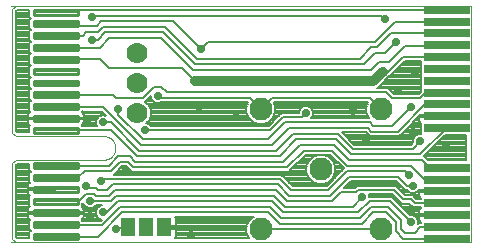
<source format=gbl>
G75*
%MOIN*%
%OFA0B0*%
%FSLAX25Y25*%
%IPPOS*%
%LPD*%
%AMOC8*
5,1,8,0,0,1.08239X$1,22.5*
%
%ADD10C,0.00000*%
%ADD11C,0.07000*%
%ADD12R,0.04600X0.06300*%
%ADD13R,0.15748X0.02953*%
%ADD14C,0.01102*%
%ADD15C,0.07650*%
%ADD16C,0.02800*%
%ADD17C,0.00800*%
%ADD18C,0.03200*%
D10*
X0011031Y0023276D02*
X0164078Y0023276D01*
X0164078Y0102026D01*
X0011031Y0102026D01*
X0011228Y0101238D02*
X0012409Y0102026D01*
X0033276Y0102026D01*
X0011228Y0101238D02*
X0011228Y0059900D01*
X0012409Y0058719D01*
X0033276Y0058719D01*
X0033472Y0058719D02*
X0041740Y0058719D01*
X0041864Y0058717D01*
X0041987Y0058711D01*
X0042111Y0058702D01*
X0042233Y0058688D01*
X0042356Y0058671D01*
X0042478Y0058649D01*
X0042599Y0058624D01*
X0042719Y0058595D01*
X0042838Y0058563D01*
X0042957Y0058526D01*
X0043074Y0058486D01*
X0043189Y0058443D01*
X0043304Y0058395D01*
X0043416Y0058344D01*
X0043527Y0058290D01*
X0043637Y0058232D01*
X0043744Y0058171D01*
X0043850Y0058106D01*
X0043953Y0058038D01*
X0044054Y0057967D01*
X0044153Y0057893D01*
X0044250Y0057816D01*
X0044344Y0057735D01*
X0044435Y0057652D01*
X0044524Y0057566D01*
X0044610Y0057477D01*
X0044693Y0057386D01*
X0044774Y0057292D01*
X0044851Y0057195D01*
X0044925Y0057096D01*
X0044996Y0056995D01*
X0045064Y0056892D01*
X0045129Y0056786D01*
X0045190Y0056679D01*
X0045248Y0056569D01*
X0045302Y0056458D01*
X0045353Y0056346D01*
X0045401Y0056231D01*
X0045444Y0056116D01*
X0045484Y0055999D01*
X0045521Y0055880D01*
X0045553Y0055761D01*
X0045582Y0055641D01*
X0045607Y0055520D01*
X0045629Y0055398D01*
X0045646Y0055275D01*
X0045660Y0055153D01*
X0045669Y0055029D01*
X0045675Y0054906D01*
X0045677Y0054782D01*
X0045675Y0054658D01*
X0045669Y0054535D01*
X0045660Y0054411D01*
X0045646Y0054289D01*
X0045629Y0054166D01*
X0045607Y0054044D01*
X0045582Y0053923D01*
X0045553Y0053803D01*
X0045521Y0053684D01*
X0045484Y0053565D01*
X0045444Y0053448D01*
X0045401Y0053333D01*
X0045353Y0053218D01*
X0045302Y0053106D01*
X0045248Y0052995D01*
X0045190Y0052885D01*
X0045129Y0052778D01*
X0045064Y0052672D01*
X0044996Y0052569D01*
X0044925Y0052468D01*
X0044851Y0052369D01*
X0044774Y0052272D01*
X0044693Y0052178D01*
X0044610Y0052087D01*
X0044524Y0051998D01*
X0044435Y0051912D01*
X0044344Y0051829D01*
X0044250Y0051748D01*
X0044153Y0051671D01*
X0044054Y0051597D01*
X0043953Y0051526D01*
X0043850Y0051458D01*
X0043744Y0051393D01*
X0043637Y0051332D01*
X0043527Y0051274D01*
X0043416Y0051220D01*
X0043304Y0051169D01*
X0043189Y0051121D01*
X0043074Y0051078D01*
X0042957Y0051038D01*
X0042838Y0051001D01*
X0042719Y0050969D01*
X0042599Y0050940D01*
X0042478Y0050915D01*
X0042356Y0050893D01*
X0042233Y0050876D01*
X0042111Y0050862D01*
X0041987Y0050853D01*
X0041864Y0050847D01*
X0041740Y0050845D01*
X0012409Y0050845D01*
X0011228Y0049664D01*
X0011228Y0024467D01*
X0012409Y0023286D01*
X0056504Y0023286D01*
D11*
X0052906Y0066401D03*
X0052906Y0076401D03*
X0052906Y0086401D03*
D12*
X0050031Y0028276D03*
X0056031Y0028276D03*
X0062031Y0028276D03*
D13*
X0156282Y0028497D03*
X0156282Y0032434D03*
X0156282Y0036371D03*
X0156282Y0040308D03*
X0156282Y0044245D03*
X0156282Y0048182D03*
X0156282Y0061450D03*
X0156282Y0065387D03*
X0156282Y0069324D03*
X0156282Y0073261D03*
X0156282Y0077198D03*
X0156282Y0081135D03*
X0156282Y0085072D03*
X0156282Y0089009D03*
X0156282Y0092946D03*
X0156282Y0096883D03*
X0156282Y0100820D03*
X0156282Y0024560D03*
D14*
X0033118Y0024427D02*
X0018472Y0024427D01*
X0018472Y0026081D01*
X0033118Y0026081D01*
X0033118Y0024427D01*
X0033118Y0025528D02*
X0018472Y0025528D01*
X0018472Y0028364D02*
X0033118Y0028364D01*
X0018472Y0028364D02*
X0018472Y0030018D01*
X0033118Y0030018D01*
X0033118Y0028364D01*
X0033118Y0029465D02*
X0018472Y0029465D01*
X0018472Y0032301D02*
X0033118Y0032301D01*
X0018472Y0032301D02*
X0018472Y0033955D01*
X0033118Y0033955D01*
X0033118Y0032301D01*
X0033118Y0033402D02*
X0018472Y0033402D01*
X0018472Y0036238D02*
X0033118Y0036238D01*
X0018472Y0036238D02*
X0018472Y0037892D01*
X0033118Y0037892D01*
X0033118Y0036238D01*
X0033118Y0037339D02*
X0018472Y0037339D01*
X0018472Y0040175D02*
X0033118Y0040175D01*
X0018472Y0040175D02*
X0018472Y0041829D01*
X0033118Y0041829D01*
X0033118Y0040175D01*
X0033118Y0041276D02*
X0018472Y0041276D01*
X0018472Y0044112D02*
X0033118Y0044112D01*
X0018472Y0044112D02*
X0018472Y0045766D01*
X0033118Y0045766D01*
X0033118Y0044112D01*
X0033118Y0045213D02*
X0018472Y0045213D01*
X0018472Y0048049D02*
X0033118Y0048049D01*
X0018472Y0048049D02*
X0018472Y0049703D01*
X0033118Y0049703D01*
X0033118Y0048049D01*
X0033118Y0049150D02*
X0018472Y0049150D01*
X0018472Y0059860D02*
X0033118Y0059860D01*
X0018472Y0059860D02*
X0018472Y0061514D01*
X0033118Y0061514D01*
X0033118Y0059860D01*
X0033118Y0060961D02*
X0018472Y0060961D01*
X0018472Y0063797D02*
X0033118Y0063797D01*
X0018472Y0063797D02*
X0018472Y0065451D01*
X0033118Y0065451D01*
X0033118Y0063797D01*
X0033118Y0064898D02*
X0018472Y0064898D01*
X0018472Y0067734D02*
X0033118Y0067734D01*
X0018472Y0067734D02*
X0018472Y0069388D01*
X0033118Y0069388D01*
X0033118Y0067734D01*
X0033118Y0068835D02*
X0018472Y0068835D01*
X0018472Y0071671D02*
X0033118Y0071671D01*
X0018472Y0071671D02*
X0018472Y0073325D01*
X0033118Y0073325D01*
X0033118Y0071671D01*
X0033118Y0072772D02*
X0018472Y0072772D01*
X0018472Y0075608D02*
X0033118Y0075608D01*
X0018472Y0075608D02*
X0018472Y0077262D01*
X0033118Y0077262D01*
X0033118Y0075608D01*
X0033118Y0076709D02*
X0018472Y0076709D01*
X0018472Y0079545D02*
X0033118Y0079545D01*
X0018472Y0079545D02*
X0018472Y0081199D01*
X0033118Y0081199D01*
X0033118Y0079545D01*
X0033118Y0080646D02*
X0018472Y0080646D01*
X0018472Y0083482D02*
X0033118Y0083482D01*
X0018472Y0083482D02*
X0018472Y0085136D01*
X0033118Y0085136D01*
X0033118Y0083482D01*
X0033118Y0084583D02*
X0018472Y0084583D01*
X0018472Y0087419D02*
X0033118Y0087419D01*
X0018472Y0087419D02*
X0018472Y0089073D01*
X0033118Y0089073D01*
X0033118Y0087419D01*
X0033118Y0088520D02*
X0018472Y0088520D01*
X0018472Y0091356D02*
X0033118Y0091356D01*
X0018472Y0091356D02*
X0018472Y0093010D01*
X0033118Y0093010D01*
X0033118Y0091356D01*
X0033118Y0092457D02*
X0018472Y0092457D01*
X0018472Y0095293D02*
X0033118Y0095293D01*
X0018472Y0095293D02*
X0018472Y0096947D01*
X0033118Y0096947D01*
X0033118Y0095293D01*
X0033118Y0096394D02*
X0018472Y0096394D01*
X0018472Y0099230D02*
X0033118Y0099230D01*
X0018472Y0099230D02*
X0018472Y0100884D01*
X0033118Y0100884D01*
X0033118Y0099230D01*
X0033118Y0100331D02*
X0018472Y0100331D01*
D15*
X0094156Y0067651D03*
X0114156Y0047651D03*
X0134156Y0067651D03*
X0134156Y0027651D03*
X0094156Y0027651D03*
D16*
X0071031Y0025776D03*
X0056656Y0030151D03*
X0046031Y0027651D03*
X0041656Y0033276D03*
X0037281Y0032026D03*
X0037281Y0037026D03*
X0036031Y0042026D03*
X0041031Y0043901D03*
X0049156Y0047026D03*
X0055406Y0060776D03*
X0046656Y0067651D03*
X0041656Y0063276D03*
X0036656Y0064526D03*
X0059781Y0072026D03*
X0072281Y0077026D03*
X0073531Y0068276D03*
X0086031Y0065151D03*
X0109156Y0066401D03*
X0124781Y0067026D03*
X0139781Y0073901D03*
X0144156Y0068276D03*
X0144781Y0060151D03*
X0147281Y0057026D03*
X0156031Y0055151D03*
X0143531Y0045776D03*
X0144781Y0042026D03*
X0144156Y0033901D03*
X0144156Y0030151D03*
X0127906Y0038276D03*
X0124781Y0042651D03*
X0129156Y0057651D03*
X0134781Y0080151D03*
X0145406Y0080151D03*
X0139156Y0090151D03*
X0135406Y0097651D03*
X0074156Y0087651D03*
X0037906Y0090776D03*
X0037906Y0098276D03*
D17*
X0038531Y0098901D01*
X0134156Y0098901D01*
X0135406Y0097651D01*
X0139014Y0096883D02*
X0132281Y0090151D01*
X0076656Y0090151D01*
X0074156Y0087651D01*
X0064781Y0097026D01*
X0041031Y0097026D01*
X0039501Y0095495D01*
X0026312Y0095495D01*
X0026031Y0095776D01*
X0025795Y0096120D01*
X0025795Y0092183D02*
X0034939Y0092183D01*
X0036031Y0093276D01*
X0039781Y0093276D01*
X0041656Y0095151D01*
X0062281Y0095151D01*
X0072906Y0084526D01*
X0127281Y0084526D01*
X0131031Y0088276D01*
X0132906Y0088276D01*
X0137577Y0092946D01*
X0156282Y0092946D01*
X0156282Y0096883D02*
X0139014Y0096883D01*
X0139156Y0090151D02*
X0135406Y0086401D01*
X0132281Y0086401D01*
X0128531Y0082651D01*
X0072281Y0082651D01*
X0061656Y0093276D01*
X0042281Y0093276D01*
X0039781Y0090776D01*
X0037906Y0090776D01*
X0040377Y0088246D02*
X0025795Y0088246D01*
X0025795Y0084309D02*
X0040623Y0084309D01*
X0043531Y0081401D01*
X0067906Y0081401D01*
X0072281Y0077026D01*
X0071656Y0080776D02*
X0061031Y0091401D01*
X0043531Y0091401D01*
X0040377Y0088246D01*
X0026558Y0100820D02*
X0025795Y0100057D01*
X0026558Y0100820D02*
X0156282Y0100820D01*
X0156282Y0089009D02*
X0142281Y0088901D01*
X0136765Y0083384D01*
X0133640Y0083384D01*
X0131031Y0080776D01*
X0071656Y0080776D01*
X0062906Y0073276D02*
X0061031Y0075151D01*
X0058531Y0075151D01*
X0054781Y0071401D01*
X0046031Y0071401D01*
X0044934Y0072498D01*
X0025795Y0072498D01*
X0025795Y0068561D02*
X0035121Y0068561D01*
X0035406Y0068276D01*
X0041656Y0068276D01*
X0054156Y0055776D01*
X0097906Y0055776D01*
X0103531Y0061401D01*
X0129781Y0061401D01*
X0131031Y0060151D01*
X0139781Y0060151D01*
X0148955Y0069324D01*
X0156282Y0069324D01*
X0155944Y0065725D02*
X0155944Y0065049D01*
X0147008Y0065049D01*
X0147008Y0063726D01*
X0147104Y0063370D01*
X0147288Y0063051D01*
X0147408Y0062931D01*
X0147408Y0059559D01*
X0147542Y0059426D01*
X0146804Y0059426D01*
X0145922Y0059060D01*
X0145247Y0058385D01*
X0144881Y0057503D01*
X0144881Y0056606D01*
X0144202Y0055926D01*
X0125361Y0055926D01*
X0121286Y0060001D01*
X0129202Y0060001D01*
X0130452Y0058751D01*
X0140361Y0058751D01*
X0141181Y0059571D01*
X0147336Y0065725D01*
X0155944Y0065725D01*
X0155944Y0065597D02*
X0147207Y0065597D01*
X0147008Y0064798D02*
X0146409Y0064798D01*
X0147008Y0064000D02*
X0145610Y0064000D01*
X0144812Y0063201D02*
X0147201Y0063201D01*
X0147408Y0062403D02*
X0144013Y0062403D01*
X0143215Y0061604D02*
X0147408Y0061604D01*
X0147408Y0060806D02*
X0142416Y0060806D01*
X0141618Y0060007D02*
X0147408Y0060007D01*
X0146280Y0059209D02*
X0140819Y0059209D01*
X0137906Y0062026D02*
X0131656Y0062026D01*
X0130406Y0063276D01*
X0102281Y0063276D01*
X0096656Y0057651D01*
X0054781Y0057651D01*
X0046656Y0065776D01*
X0046656Y0067651D01*
X0042378Y0065575D02*
X0042134Y0065676D01*
X0041179Y0065676D01*
X0040297Y0065310D01*
X0039622Y0064635D01*
X0039256Y0063753D01*
X0039256Y0062798D01*
X0039551Y0062087D01*
X0034669Y0062087D01*
X0034669Y0062157D01*
X0034453Y0062373D01*
X0034679Y0062599D01*
X0034936Y0063044D01*
X0035069Y0063541D01*
X0035069Y0064335D01*
X0026084Y0064335D01*
X0026084Y0064913D01*
X0035069Y0064913D01*
X0035069Y0065708D01*
X0034936Y0066204D01*
X0034679Y0066649D01*
X0034453Y0066876D01*
X0034640Y0067063D01*
X0034827Y0066876D01*
X0041077Y0066876D01*
X0042378Y0065575D01*
X0042355Y0065597D02*
X0042324Y0065597D01*
X0041557Y0066395D02*
X0034826Y0066395D01*
X0035069Y0065597D02*
X0040989Y0065597D01*
X0039785Y0064798D02*
X0026084Y0064798D01*
X0025506Y0064798D02*
X0012628Y0064798D01*
X0012628Y0064000D02*
X0016521Y0064000D01*
X0016521Y0064335D02*
X0016521Y0063541D01*
X0016654Y0063044D01*
X0016911Y0062599D01*
X0017138Y0062373D01*
X0016921Y0062157D01*
X0016921Y0060119D01*
X0012989Y0060119D01*
X0012628Y0060480D01*
X0012628Y0100489D01*
X0012833Y0100626D01*
X0016921Y0100626D01*
X0016921Y0098588D01*
X0017420Y0098089D01*
X0016921Y0097590D01*
X0016921Y0094651D01*
X0017420Y0094152D01*
X0016921Y0093653D01*
X0016921Y0090714D01*
X0017420Y0090215D01*
X0016921Y0089716D01*
X0016921Y0086777D01*
X0017420Y0086278D01*
X0016921Y0085779D01*
X0016921Y0082840D01*
X0017420Y0082341D01*
X0016921Y0081842D01*
X0016921Y0078903D01*
X0017420Y0078404D01*
X0016921Y0077905D01*
X0016921Y0074966D01*
X0017420Y0074467D01*
X0016921Y0073968D01*
X0016921Y0071029D01*
X0017420Y0070530D01*
X0016921Y0070031D01*
X0016921Y0067092D01*
X0017138Y0066876D01*
X0016911Y0066649D01*
X0016654Y0066204D01*
X0016521Y0065708D01*
X0016521Y0064913D01*
X0025506Y0064913D01*
X0025506Y0064335D01*
X0016521Y0064335D01*
X0016612Y0063201D02*
X0012628Y0063201D01*
X0012628Y0062403D02*
X0017108Y0062403D01*
X0016921Y0061604D02*
X0012628Y0061604D01*
X0012628Y0060806D02*
X0016921Y0060806D01*
X0016521Y0065597D02*
X0012628Y0065597D01*
X0012628Y0066395D02*
X0016765Y0066395D01*
X0016921Y0067194D02*
X0012628Y0067194D01*
X0012628Y0067992D02*
X0016921Y0067992D01*
X0016921Y0068791D02*
X0012628Y0068791D01*
X0012628Y0069589D02*
X0016921Y0069589D01*
X0017279Y0070388D02*
X0012628Y0070388D01*
X0012628Y0071186D02*
X0016921Y0071186D01*
X0016921Y0071985D02*
X0012628Y0071985D01*
X0012628Y0072784D02*
X0016921Y0072784D01*
X0016921Y0073582D02*
X0012628Y0073582D01*
X0012628Y0074381D02*
X0017334Y0074381D01*
X0016921Y0075179D02*
X0012628Y0075179D01*
X0012628Y0075978D02*
X0016921Y0075978D01*
X0016921Y0076776D02*
X0012628Y0076776D01*
X0012628Y0077575D02*
X0016921Y0077575D01*
X0017390Y0078373D02*
X0012628Y0078373D01*
X0012628Y0079172D02*
X0016921Y0079172D01*
X0016921Y0079970D02*
X0012628Y0079970D01*
X0012628Y0080769D02*
X0016921Y0080769D01*
X0016921Y0081567D02*
X0012628Y0081567D01*
X0012628Y0082366D02*
X0017396Y0082366D01*
X0016921Y0083164D02*
X0012628Y0083164D01*
X0012628Y0083963D02*
X0016921Y0083963D01*
X0016921Y0084761D02*
X0012628Y0084761D01*
X0012628Y0085560D02*
X0016921Y0085560D01*
X0017340Y0086358D02*
X0012628Y0086358D01*
X0012628Y0087157D02*
X0016921Y0087157D01*
X0016921Y0087955D02*
X0012628Y0087955D01*
X0012628Y0088754D02*
X0016921Y0088754D01*
X0016921Y0089552D02*
X0012628Y0089552D01*
X0012628Y0090351D02*
X0017284Y0090351D01*
X0016921Y0091149D02*
X0012628Y0091149D01*
X0012628Y0091948D02*
X0016921Y0091948D01*
X0016921Y0092746D02*
X0012628Y0092746D01*
X0012628Y0093545D02*
X0016921Y0093545D01*
X0017229Y0094343D02*
X0012628Y0094343D01*
X0012628Y0095142D02*
X0016921Y0095142D01*
X0016921Y0095940D02*
X0012628Y0095940D01*
X0012628Y0096739D02*
X0016921Y0096739D01*
X0016921Y0097537D02*
X0012628Y0097537D01*
X0012628Y0098336D02*
X0017173Y0098336D01*
X0016921Y0099134D02*
X0012628Y0099134D01*
X0012628Y0099933D02*
X0016921Y0099933D01*
X0062906Y0073276D02*
X0136031Y0073276D01*
X0137906Y0071401D01*
X0147281Y0071401D01*
X0149156Y0073276D01*
X0156268Y0073276D01*
X0156282Y0073261D01*
X0147408Y0073508D02*
X0146702Y0072801D01*
X0138486Y0072801D01*
X0137431Y0073856D01*
X0136611Y0074676D01*
X0132777Y0074676D01*
X0133129Y0074822D01*
X0136980Y0078672D01*
X0137158Y0078672D01*
X0137978Y0079492D01*
X0142233Y0083748D01*
X0147408Y0083720D01*
X0147408Y0083181D01*
X0147486Y0083104D01*
X0147408Y0083026D01*
X0147408Y0079244D01*
X0147486Y0079167D01*
X0147408Y0079089D01*
X0147408Y0075307D01*
X0147486Y0075230D01*
X0147408Y0075152D01*
X0147408Y0073508D01*
X0147408Y0073582D02*
X0137705Y0073582D01*
X0136907Y0074381D02*
X0147408Y0074381D01*
X0147436Y0075179D02*
X0133487Y0075179D01*
X0134285Y0075978D02*
X0147408Y0075978D01*
X0147408Y0076776D02*
X0135084Y0076776D01*
X0135882Y0077575D02*
X0147408Y0077575D01*
X0147408Y0078373D02*
X0136681Y0078373D01*
X0137657Y0079172D02*
X0147481Y0079172D01*
X0147408Y0079970D02*
X0138456Y0079970D01*
X0139254Y0080769D02*
X0147408Y0080769D01*
X0147408Y0081567D02*
X0140053Y0081567D01*
X0140851Y0082366D02*
X0147408Y0082366D01*
X0147426Y0083164D02*
X0141650Y0083164D01*
X0141656Y0085151D02*
X0136578Y0080072D01*
X0135328Y0080072D01*
X0134781Y0080151D01*
X0141656Y0085151D02*
X0156282Y0085072D01*
X0134156Y0067651D02*
X0130406Y0071401D01*
X0097906Y0071401D01*
X0094156Y0067651D01*
X0090406Y0071401D01*
X0060406Y0071401D01*
X0059781Y0072026D01*
X0057381Y0072021D02*
X0057381Y0071548D01*
X0057747Y0070666D01*
X0058422Y0069991D01*
X0059304Y0069626D01*
X0060259Y0069626D01*
X0061141Y0069991D01*
X0061151Y0070001D01*
X0089827Y0070001D01*
X0089884Y0069944D01*
X0089331Y0068611D01*
X0089331Y0066691D01*
X0090066Y0064918D01*
X0091423Y0063560D01*
X0093197Y0062826D01*
X0095116Y0062826D01*
X0096890Y0063560D01*
X0098247Y0064918D01*
X0098981Y0066691D01*
X0098981Y0068611D01*
X0098429Y0069944D01*
X0098486Y0070001D01*
X0129827Y0070001D01*
X0129884Y0069944D01*
X0129331Y0068611D01*
X0129331Y0066691D01*
X0130066Y0064918D01*
X0130308Y0064676D01*
X0110826Y0064676D01*
X0111191Y0065041D01*
X0111556Y0065923D01*
X0111556Y0066878D01*
X0111191Y0067760D01*
X0110516Y0068435D01*
X0109634Y0068801D01*
X0108679Y0068801D01*
X0107797Y0068435D01*
X0107122Y0067760D01*
X0106756Y0066878D01*
X0106756Y0066551D01*
X0101077Y0066551D01*
X0100256Y0065731D01*
X0096702Y0062176D01*
X0057401Y0062176D01*
X0056766Y0062810D01*
X0055998Y0063128D01*
X0056721Y0063852D01*
X0057406Y0065506D01*
X0057406Y0067296D01*
X0056721Y0068950D01*
X0055516Y0070155D01*
X0056181Y0070821D01*
X0057381Y0072021D01*
X0057381Y0071985D02*
X0057346Y0071985D01*
X0057531Y0071186D02*
X0056547Y0071186D01*
X0055749Y0070388D02*
X0058025Y0070388D01*
X0056082Y0069589D02*
X0089737Y0069589D01*
X0089406Y0068791D02*
X0056787Y0068791D01*
X0057118Y0067992D02*
X0089331Y0067992D01*
X0089331Y0067194D02*
X0057406Y0067194D01*
X0057406Y0066395D02*
X0089454Y0066395D01*
X0089785Y0065597D02*
X0057406Y0065597D01*
X0057114Y0064798D02*
X0090185Y0064798D01*
X0090984Y0064000D02*
X0056783Y0064000D01*
X0056071Y0063201D02*
X0092290Y0063201D01*
X0096023Y0063201D02*
X0097727Y0063201D01*
X0097329Y0064000D02*
X0098526Y0064000D01*
X0098128Y0064798D02*
X0099324Y0064798D01*
X0098528Y0065597D02*
X0100123Y0065597D01*
X0100921Y0066395D02*
X0098859Y0066395D01*
X0098981Y0067194D02*
X0106887Y0067194D01*
X0107354Y0067992D02*
X0098981Y0067992D01*
X0098907Y0068791D02*
X0108655Y0068791D01*
X0109658Y0068791D02*
X0129406Y0068791D01*
X0129331Y0067992D02*
X0110959Y0067992D01*
X0111426Y0067194D02*
X0129331Y0067194D01*
X0129454Y0066395D02*
X0111556Y0066395D01*
X0111421Y0065597D02*
X0129785Y0065597D01*
X0130185Y0064798D02*
X0110948Y0064798D01*
X0109156Y0066401D02*
X0107906Y0065151D01*
X0101656Y0065151D01*
X0097281Y0060776D01*
X0055406Y0060776D01*
X0057174Y0062403D02*
X0096929Y0062403D01*
X0104781Y0059526D02*
X0099156Y0053901D01*
X0053531Y0053901D01*
X0044156Y0063276D01*
X0041656Y0063276D01*
X0039420Y0062403D02*
X0034483Y0062403D01*
X0034978Y0063201D02*
X0039256Y0063201D01*
X0039359Y0064000D02*
X0035069Y0064000D01*
X0044245Y0060687D02*
X0025795Y0060687D01*
X0044245Y0060687D02*
X0052906Y0052026D01*
X0100406Y0052026D01*
X0106031Y0057651D01*
X0119156Y0057651D01*
X0124156Y0052651D01*
X0147281Y0052651D01*
X0156081Y0061450D01*
X0156282Y0061450D01*
X0155584Y0058974D02*
X0162678Y0058974D01*
X0162678Y0050659D01*
X0150004Y0050659D01*
X0149304Y0051358D01*
X0149304Y0051361D01*
X0148894Y0051768D01*
X0148636Y0052026D01*
X0148681Y0052071D01*
X0155584Y0058974D01*
X0155021Y0058410D02*
X0162678Y0058410D01*
X0162678Y0057612D02*
X0154222Y0057612D01*
X0153424Y0056813D02*
X0162678Y0056813D01*
X0162678Y0056015D02*
X0152625Y0056015D01*
X0151827Y0055216D02*
X0162678Y0055216D01*
X0162678Y0054418D02*
X0151028Y0054418D01*
X0150230Y0053619D02*
X0162678Y0053619D01*
X0162678Y0052821D02*
X0149431Y0052821D01*
X0148640Y0052022D02*
X0162678Y0052022D01*
X0162678Y0051224D02*
X0149438Y0051224D01*
X0147906Y0050776D02*
X0123625Y0050682D01*
X0118531Y0055776D01*
X0107281Y0055776D01*
X0101656Y0050151D01*
X0052281Y0050151D01*
X0050406Y0052026D01*
X0046656Y0052026D01*
X0043507Y0048876D01*
X0025795Y0048876D01*
X0025795Y0044939D02*
X0033320Y0044939D01*
X0035406Y0047026D01*
X0044156Y0047026D01*
X0047281Y0050151D01*
X0049781Y0050151D01*
X0051656Y0048276D01*
X0102906Y0048276D01*
X0108531Y0053901D01*
X0117906Y0053901D01*
X0122906Y0048901D01*
X0144156Y0048901D01*
X0148812Y0044245D01*
X0156282Y0044245D01*
X0156282Y0048182D02*
X0150500Y0048182D01*
X0147906Y0050776D01*
X0143531Y0045776D02*
X0142281Y0047026D01*
X0122906Y0047026D01*
X0116656Y0040776D01*
X0104156Y0040776D01*
X0100406Y0044526D01*
X0041656Y0044526D01*
X0041031Y0043901D01*
X0039156Y0041401D02*
X0036656Y0041401D01*
X0036031Y0042026D01*
X0039156Y0041401D02*
X0039781Y0040776D01*
X0042906Y0040776D01*
X0044781Y0042651D01*
X0099781Y0042651D01*
X0103531Y0038901D01*
X0117281Y0038901D01*
X0123531Y0045151D01*
X0139781Y0045151D01*
X0142906Y0042026D01*
X0144781Y0042026D01*
X0147008Y0041131D02*
X0147008Y0040646D01*
X0155944Y0040646D01*
X0155944Y0039970D01*
X0147008Y0039970D01*
X0147008Y0038648D01*
X0147104Y0038292D01*
X0147288Y0037972D01*
X0147408Y0037852D01*
X0147408Y0037771D01*
X0146016Y0037771D01*
X0145556Y0038231D01*
X0144736Y0039051D01*
X0142236Y0039051D01*
X0139931Y0041356D01*
X0139111Y0042176D01*
X0126077Y0042176D01*
X0125452Y0041551D01*
X0121911Y0041551D01*
X0124111Y0043751D01*
X0139202Y0043751D01*
X0142327Y0040626D01*
X0142787Y0040626D01*
X0143422Y0039991D01*
X0144304Y0039626D01*
X0145259Y0039626D01*
X0146141Y0039991D01*
X0146816Y0040666D01*
X0147008Y0041131D01*
X0147008Y0040843D02*
X0146889Y0040843D01*
X0146194Y0040045D02*
X0155944Y0040045D01*
X0156282Y0036371D02*
X0145436Y0036371D01*
X0144156Y0037651D01*
X0141656Y0037651D01*
X0138531Y0040776D01*
X0126656Y0040776D01*
X0126031Y0040151D01*
X0121031Y0040151D01*
X0117906Y0037026D01*
X0102906Y0037026D01*
X0099156Y0040776D01*
X0045406Y0040776D01*
X0043531Y0038901D01*
X0039156Y0038901D01*
X0038531Y0039526D01*
X0036031Y0039526D01*
X0033531Y0037026D01*
X0025835Y0037026D01*
X0025795Y0037065D01*
X0025506Y0033417D02*
X0025506Y0032839D01*
X0016521Y0032839D01*
X0016521Y0032045D01*
X0016654Y0031548D01*
X0016911Y0031103D01*
X0017138Y0030877D01*
X0016921Y0030660D01*
X0016921Y0027722D01*
X0017420Y0027223D01*
X0016921Y0026723D01*
X0016921Y0024686D01*
X0012989Y0024686D01*
X0012628Y0025047D01*
X0012628Y0049084D01*
X0012989Y0049445D01*
X0016921Y0049445D01*
X0016921Y0047407D01*
X0017420Y0046908D01*
X0016921Y0046408D01*
X0016921Y0043470D01*
X0017138Y0043254D01*
X0016911Y0043027D01*
X0016654Y0042582D01*
X0016521Y0042086D01*
X0016521Y0041291D01*
X0025506Y0041291D01*
X0025506Y0040713D01*
X0016521Y0040713D01*
X0016521Y0039919D01*
X0016654Y0039422D01*
X0016911Y0038977D01*
X0017138Y0038751D01*
X0016921Y0038534D01*
X0016921Y0035596D01*
X0017138Y0035380D01*
X0016911Y0035153D01*
X0016654Y0034708D01*
X0016521Y0034212D01*
X0016521Y0033417D01*
X0025506Y0033417D01*
X0025506Y0032858D02*
X0012628Y0032858D01*
X0012628Y0033656D02*
X0016521Y0033656D01*
X0016586Y0034455D02*
X0012628Y0034455D01*
X0012628Y0035253D02*
X0017012Y0035253D01*
X0016921Y0036052D02*
X0012628Y0036052D01*
X0012628Y0036850D02*
X0016921Y0036850D01*
X0016921Y0037649D02*
X0012628Y0037649D01*
X0012628Y0038448D02*
X0016921Y0038448D01*
X0016756Y0039246D02*
X0012628Y0039246D01*
X0012628Y0040045D02*
X0016521Y0040045D01*
X0016521Y0041642D02*
X0012628Y0041642D01*
X0012628Y0042440D02*
X0016616Y0042440D01*
X0017123Y0043239D02*
X0012628Y0043239D01*
X0012628Y0044037D02*
X0016921Y0044037D01*
X0016921Y0044836D02*
X0012628Y0044836D01*
X0012628Y0045634D02*
X0016921Y0045634D01*
X0016945Y0046433D02*
X0012628Y0046433D01*
X0012628Y0047231D02*
X0017097Y0047231D01*
X0016921Y0048030D02*
X0012628Y0048030D01*
X0012628Y0048828D02*
X0016921Y0048828D01*
X0012628Y0040843D02*
X0025506Y0040843D01*
X0034669Y0036184D02*
X0034926Y0036441D01*
X0035247Y0035666D01*
X0035922Y0034991D01*
X0036804Y0034626D01*
X0037759Y0034626D01*
X0038641Y0034991D01*
X0039276Y0035626D01*
X0041058Y0035626D01*
X0040297Y0035310D01*
X0039622Y0034635D01*
X0039256Y0033753D01*
X0039256Y0032798D01*
X0039622Y0031916D01*
X0040297Y0031241D01*
X0041071Y0030920D01*
X0040742Y0030591D01*
X0034669Y0030591D01*
X0034669Y0030660D01*
X0034453Y0030877D01*
X0034679Y0031103D01*
X0034936Y0031548D01*
X0035069Y0032045D01*
X0035069Y0032839D01*
X0026084Y0032839D01*
X0026084Y0033417D01*
X0035069Y0033417D01*
X0035069Y0034212D01*
X0034936Y0034708D01*
X0034679Y0035153D01*
X0034453Y0035380D01*
X0034669Y0035596D01*
X0034669Y0036184D01*
X0034669Y0036052D02*
X0035087Y0036052D01*
X0034579Y0035253D02*
X0035660Y0035253D01*
X0035004Y0034455D02*
X0039547Y0034455D01*
X0039256Y0033656D02*
X0035069Y0033656D01*
X0035069Y0032059D02*
X0039563Y0032059D01*
X0039256Y0032858D02*
X0026084Y0032858D01*
X0025795Y0029191D02*
X0041322Y0029191D01*
X0047281Y0035151D01*
X0097281Y0035151D01*
X0101031Y0031401D01*
X0127281Y0031401D01*
X0131031Y0035151D01*
X0136656Y0035151D01*
X0141031Y0030776D01*
X0141031Y0027651D01*
X0142281Y0026401D01*
X0145406Y0026401D01*
X0147281Y0028276D01*
X0156061Y0028276D01*
X0156282Y0028497D01*
X0155944Y0032096D02*
X0147008Y0032096D01*
X0147008Y0030774D01*
X0147104Y0030417D01*
X0147288Y0030098D01*
X0147408Y0029978D01*
X0147408Y0029676D01*
X0146702Y0029676D01*
X0146456Y0029430D01*
X0146556Y0029673D01*
X0146556Y0030628D01*
X0146191Y0031510D01*
X0145516Y0032185D01*
X0144634Y0032551D01*
X0143736Y0032551D01*
X0138681Y0037606D01*
X0137861Y0038426D01*
X0130306Y0038426D01*
X0130306Y0038753D01*
X0130049Y0039376D01*
X0137952Y0039376D01*
X0141077Y0036251D01*
X0143577Y0036251D01*
X0144856Y0034971D01*
X0147408Y0034971D01*
X0147408Y0034891D01*
X0147288Y0034770D01*
X0147104Y0034451D01*
X0147008Y0034095D01*
X0147008Y0032772D01*
X0155944Y0032772D01*
X0155944Y0032096D01*
X0147008Y0032059D02*
X0145642Y0032059D01*
X0146294Y0031261D02*
X0147008Y0031261D01*
X0147092Y0030462D02*
X0146556Y0030462D01*
X0146553Y0029664D02*
X0146690Y0029664D01*
X0144156Y0030151D02*
X0137281Y0037026D01*
X0130406Y0037026D01*
X0126656Y0033276D01*
X0101656Y0033276D01*
X0097906Y0037026D01*
X0046656Y0037026D01*
X0042906Y0033276D01*
X0041656Y0033276D01*
X0040240Y0035253D02*
X0038903Y0035253D01*
X0037281Y0037026D02*
X0044156Y0037026D01*
X0046031Y0038901D01*
X0098531Y0038901D01*
X0102281Y0035151D01*
X0124781Y0035151D01*
X0127906Y0038276D01*
X0130102Y0039246D02*
X0138081Y0039246D01*
X0138880Y0038448D02*
X0130306Y0038448D01*
X0125542Y0041642D02*
X0122002Y0041642D01*
X0122801Y0042440D02*
X0140512Y0042440D01*
X0139714Y0043239D02*
X0123599Y0043239D01*
X0119535Y0045634D02*
X0118544Y0045634D01*
X0118247Y0044918D02*
X0118981Y0046691D01*
X0118981Y0048611D01*
X0118247Y0050384D01*
X0116890Y0051741D01*
X0115116Y0052476D01*
X0113197Y0052476D01*
X0111423Y0051741D01*
X0110066Y0050384D01*
X0109331Y0048611D01*
X0109331Y0046691D01*
X0110066Y0044918D01*
X0111423Y0043560D01*
X0113197Y0042826D01*
X0115116Y0042826D01*
X0116890Y0043560D01*
X0118247Y0044918D01*
X0118165Y0044836D02*
X0118736Y0044836D01*
X0117938Y0044037D02*
X0117366Y0044037D01*
X0117139Y0043239D02*
X0116113Y0043239D01*
X0116341Y0042440D02*
X0104472Y0042440D01*
X0104736Y0042176D02*
X0101806Y0045106D01*
X0100986Y0045926D01*
X0045036Y0045926D01*
X0047861Y0048751D01*
X0049202Y0048751D01*
X0051077Y0046876D01*
X0103486Y0046876D01*
X0104306Y0047696D01*
X0109111Y0052501D01*
X0117327Y0052501D01*
X0121506Y0048321D01*
X0121506Y0048321D01*
X0121864Y0047963D01*
X0121506Y0047606D01*
X0116077Y0042176D01*
X0104736Y0042176D01*
X0103674Y0043239D02*
X0112200Y0043239D01*
X0110947Y0044037D02*
X0102875Y0044037D01*
X0102077Y0044836D02*
X0110148Y0044836D01*
X0109769Y0045634D02*
X0101278Y0045634D01*
X0103842Y0047231D02*
X0109331Y0047231D01*
X0109331Y0048030D02*
X0104640Y0048030D01*
X0105439Y0048828D02*
X0109422Y0048828D01*
X0109752Y0049627D02*
X0106237Y0049627D01*
X0107036Y0050425D02*
X0110107Y0050425D01*
X0110906Y0051224D02*
X0107834Y0051224D01*
X0108633Y0052022D02*
X0112102Y0052022D01*
X0116211Y0052022D02*
X0117805Y0052022D01*
X0117407Y0051224D02*
X0118604Y0051224D01*
X0118206Y0050425D02*
X0119402Y0050425D01*
X0120201Y0049627D02*
X0118561Y0049627D01*
X0118891Y0048828D02*
X0120999Y0048828D01*
X0121798Y0048030D02*
X0118981Y0048030D01*
X0118981Y0047231D02*
X0121132Y0047231D01*
X0121506Y0047606D02*
X0121506Y0047606D01*
X0120333Y0046433D02*
X0118874Y0046433D01*
X0109439Y0046433D02*
X0045543Y0046433D01*
X0046342Y0047231D02*
X0050721Y0047231D01*
X0049923Y0048030D02*
X0047140Y0048030D01*
X0047906Y0033276D02*
X0096656Y0033276D01*
X0100406Y0029526D01*
X0127906Y0029526D01*
X0131656Y0033276D01*
X0136031Y0033276D01*
X0139156Y0030151D01*
X0139156Y0027026D01*
X0141656Y0024526D01*
X0156248Y0024526D01*
X0156282Y0024560D01*
X0147008Y0032858D02*
X0143429Y0032858D01*
X0142631Y0033656D02*
X0147008Y0033656D01*
X0147106Y0034455D02*
X0141832Y0034455D01*
X0141034Y0035253D02*
X0144574Y0035253D01*
X0143775Y0036052D02*
X0140235Y0036052D01*
X0140477Y0036850D02*
X0139437Y0036850D01*
X0139678Y0037649D02*
X0138638Y0037649D01*
X0141243Y0040045D02*
X0143369Y0040045D01*
X0142109Y0040843D02*
X0140444Y0040843D01*
X0139646Y0041642D02*
X0141311Y0041642D01*
X0142041Y0039246D02*
X0147008Y0039246D01*
X0147062Y0038448D02*
X0145340Y0038448D01*
X0134156Y0027651D02*
X0094156Y0027651D01*
X0089754Y0025671D02*
X0065731Y0025671D01*
X0065731Y0024941D02*
X0065731Y0027876D01*
X0062432Y0027876D01*
X0062432Y0028676D01*
X0065731Y0028676D01*
X0065731Y0031610D01*
X0065660Y0031876D01*
X0091748Y0031876D01*
X0091423Y0031741D01*
X0090066Y0030384D01*
X0089331Y0028611D01*
X0089331Y0026691D01*
X0090066Y0024918D01*
X0090308Y0024676D01*
X0065660Y0024676D01*
X0065731Y0024941D01*
X0065713Y0024873D02*
X0090111Y0024873D01*
X0089423Y0026470D02*
X0065731Y0026470D01*
X0065731Y0027268D02*
X0089331Y0027268D01*
X0089331Y0028067D02*
X0062432Y0028067D01*
X0065731Y0028865D02*
X0089437Y0028865D01*
X0089768Y0029664D02*
X0065731Y0029664D01*
X0065731Y0030462D02*
X0090145Y0030462D01*
X0090943Y0031261D02*
X0065731Y0031261D01*
X0056656Y0030151D02*
X0056656Y0029526D01*
X0056031Y0028276D01*
X0050031Y0028276D02*
X0046031Y0027651D01*
X0047906Y0033276D02*
X0039885Y0025254D01*
X0025795Y0025254D01*
X0017375Y0027268D02*
X0012628Y0027268D01*
X0012628Y0026470D02*
X0016921Y0026470D01*
X0016921Y0025671D02*
X0012628Y0025671D01*
X0012802Y0024873D02*
X0016921Y0024873D01*
X0016921Y0028067D02*
X0012628Y0028067D01*
X0012628Y0028865D02*
X0016921Y0028865D01*
X0016921Y0029664D02*
X0012628Y0029664D01*
X0012628Y0030462D02*
X0016921Y0030462D01*
X0016820Y0031261D02*
X0012628Y0031261D01*
X0012628Y0032059D02*
X0016521Y0032059D01*
X0034770Y0031261D02*
X0040277Y0031261D01*
X0104781Y0059526D02*
X0119781Y0059526D01*
X0124781Y0054526D01*
X0144781Y0054526D01*
X0147281Y0057026D01*
X0144881Y0056813D02*
X0124474Y0056813D01*
X0125272Y0056015D02*
X0144291Y0056015D01*
X0144926Y0057612D02*
X0123675Y0057612D01*
X0122877Y0058410D02*
X0145272Y0058410D01*
X0137906Y0062026D02*
X0144156Y0068276D01*
X0129737Y0069589D02*
X0098576Y0069589D01*
X0122078Y0059209D02*
X0129994Y0059209D01*
D18*
X0131656Y0077026D02*
X0134781Y0080151D01*
X0131656Y0077026D02*
X0072281Y0077026D01*
M02*

</source>
